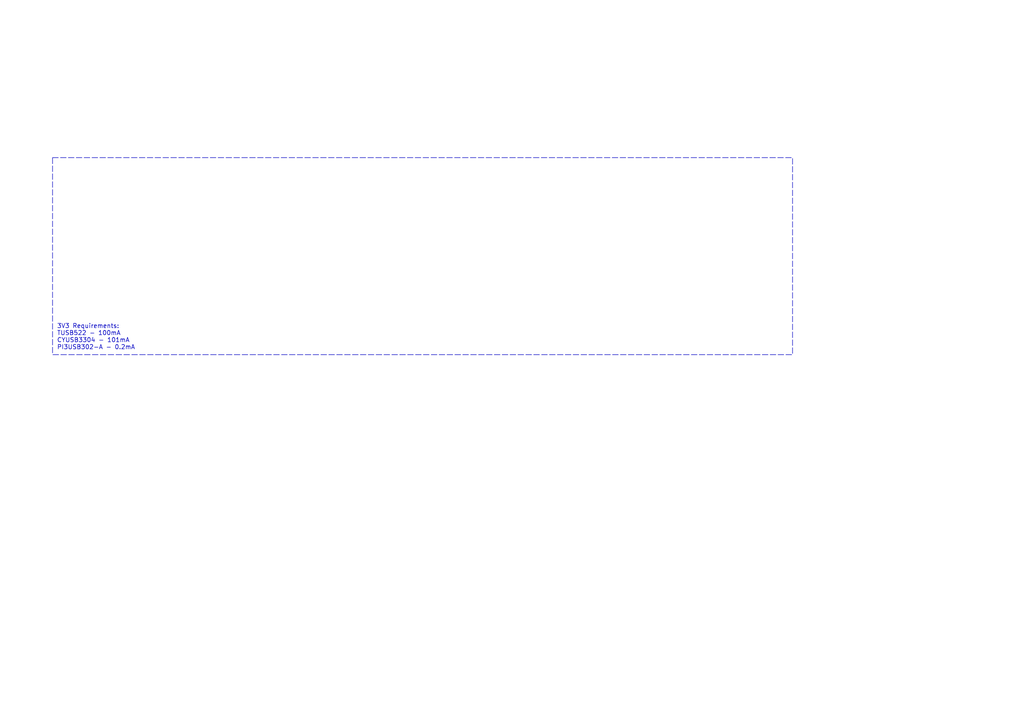
<source format=kicad_sch>
(kicad_sch (version 20230121) (generator eeschema)
  (paper "A4")
  (lib_symbols)
  (rectangle (start 15.24 45.72) (end 229.87 102.87) (stroke (width 0) (type dash)))
  (text "3V3 Requirements:\nTUSB522 - 100mA\nCYUSB3304 - 101mA\nPI3USB302−A - 0.2mA" (at 16.51 101.6 0) (effects (font (size 1.27 1.27)) (justify left bottom)))
)
</source>
